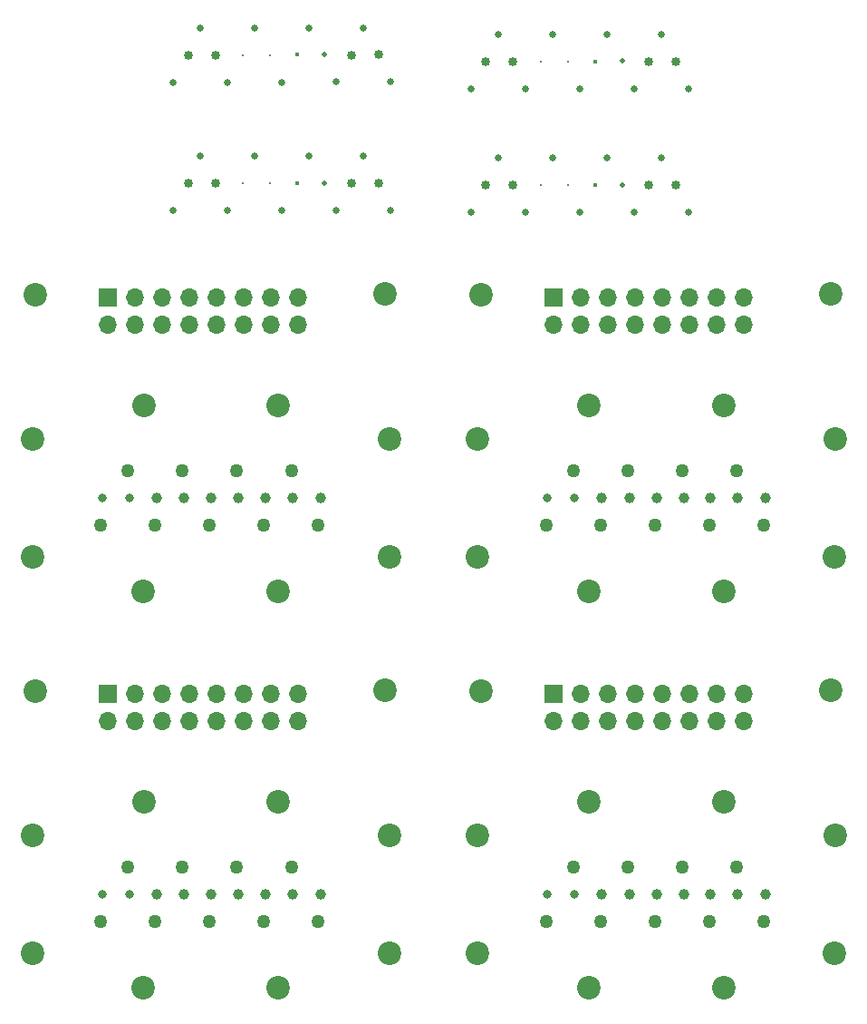
<source format=gts>
%MOIN*%
%OFA0B0*%
%FSLAX46Y46*%
%IPPOS*%
%LPD*%
%ADD10C,0.025*%
%ADD11C,0.01968503937007874*%
%ADD12C,0.015748031496062995*%
%ADD13C,0.011811023622047244*%
%ADD14C,0.00984251968503937*%
%ADD15C,0.033464566929133861*%
%ADD26C,0.025*%
%ADD27C,0.01968503937007874*%
%ADD28C,0.015748031496062995*%
%ADD29C,0.011811023622047244*%
%ADD30C,0.00984251968503937*%
%ADD31C,0.033464566929133861*%
%ADD32C,0.031496062992125991*%
%ADD33O,0.066929133858267723X0.066929133858267723*%
%ADD34R,0.066929133858267723X0.066929133858267723*%
%ADD35C,0.086614173228346469*%
%ADD36C,0.05*%
%ADD37C,0.03937007874015748*%
%ADD38C,0.031496062992125991*%
%ADD39O,0.066929133858267723X0.066929133858267723*%
%ADD40R,0.066929133858267723X0.066929133858267723*%
%ADD41C,0.086614173228346469*%
%ADD42C,0.05*%
%ADD43C,0.03937007874015748*%
%ADD44C,0.031496062992125991*%
%ADD45O,0.066929133858267723X0.066929133858267723*%
%ADD46R,0.066929133858267723X0.066929133858267723*%
%ADD47C,0.086614173228346469*%
%ADD48C,0.05*%
%ADD49C,0.03937007874015748*%
%ADD50C,0.031496062992125991*%
%ADD51O,0.066929133858267723X0.066929133858267723*%
%ADD52R,0.066929133858267723X0.066929133858267723*%
%ADD53C,0.086614173228346469*%
%ADD54C,0.05*%
%ADD55C,0.03937007874015748*%
%ADD56C,0.025*%
%ADD57C,0.01968503937007874*%
%ADD58C,0.015748031496062995*%
%ADD59C,0.011811023622047244*%
%ADD60C,0.00984251968503937*%
%ADD61C,0.033464566929133861*%
%ADD62C,0.025*%
%ADD63C,0.01968503937007874*%
%ADD64C,0.015748031496062995*%
%ADD65C,0.011811023622047244*%
%ADD66C,0.00984251968503937*%
%ADD67C,0.033464566929133861*%
G01*
D10*
X-0004370078Y0004409448D02*
X0001442421Y0003005948D03*
X0000842421Y0003005448D03*
X0001042421Y0003005448D03*
X0001242421Y0003005948D03*
X0000642421Y0003005448D03*
X0000742421Y0003205448D03*
X0000942421Y0003205448D03*
X0001342421Y0003205448D03*
X0001142421Y0003205448D03*
D11*
X0001198421Y0003106948D03*
D12*
X0001098421Y0003105948D03*
D13*
X0000998421Y0003105448D03*
D14*
X0000898421Y0003105448D03*
D15*
X0001397421Y0003105948D03*
X0000797421Y0003105448D03*
X0001297421Y0003105448D03*
X0000697421Y0003105448D03*
G04 next file*
G04 #@! TF.GenerationSoftware,KiCad,Pcbnew,(5.1.12)-1*
G04 #@! TF.CreationDate,2022-03-29T21:33:58+08:00*
G04 #@! TF.ProjectId,Nozzle,4e6f7a7a-6c65-42e6-9b69-6361645f7063,Gen3.1b*
G04 #@! TF.SameCoordinates,Original*
G04 #@! TF.FileFunction,Soldermask,Top*
G04 #@! TF.FilePolarity,Negative*
G04 Gerber Fmt 4.6, Leading zero omitted, Abs format (unit mm)*
G04 Created by KiCad (PCBNEW (5.1.12)-1) date 2022-03-29 21:33:58*
G01*
G04 APERTURE LIST*
G04 APERTURE END LIST*
D26*
X-0004370078Y0004881889D02*
X0001442421Y0003478389D03*
X0000842421Y0003477889D03*
X0001042421Y0003477889D03*
X0001242421Y0003478389D03*
X0000642421Y0003477889D03*
X0000742421Y0003677889D03*
X0000942421Y0003677889D03*
X0001342421Y0003677889D03*
X0001142421Y0003677889D03*
D27*
X0001198421Y0003579389D03*
D28*
X0001098421Y0003578389D03*
D29*
X0000998421Y0003577889D03*
D30*
X0000898421Y0003577889D03*
D31*
X0001397421Y0003578389D03*
X0000797421Y0003577889D03*
X0001297421Y0003577889D03*
X0000697421Y0003577889D03*
G04 next file*
G04 #@! TF.GenerationSoftware,KiCad,Pcbnew,(5.1.12)-1*
G04 #@! TF.CreationDate,2022-03-29T21:49:19+08:00*
G04 #@! TF.ProjectId,Nozzle,4e6f7a7a-6c65-42e6-9b69-6361645f7063,Gen3.1b*
G04 #@! TF.SameCoordinates,Original*
G04 #@! TF.FileFunction,Soldermask,Top*
G04 #@! TF.FilePolarity,Negative*
G04 Gerber Fmt 4.6, Leading zero omitted, Abs format (unit mm)*
G04 Created by KiCad (PCBNEW (5.1.12)-1) date 2022-03-29 21:49:19*
G01*
G04 APERTURE LIST*
G04 APERTURE END LIST*
D32*
X-0004656102Y0002990052D02*
X0000381897Y0000492052D03*
D33*
X0001103897Y0001130052D03*
X0001103897Y0001230052D03*
X0001003897Y0001130052D03*
X0001003897Y0001230052D03*
X0000903897Y0001130052D03*
X0000903897Y0001230052D03*
X0000803897Y0001130052D03*
X0000803897Y0001230052D03*
X0000703897Y0001130052D03*
X0000703897Y0001230052D03*
X0000603897Y0001130052D03*
X0000603897Y0001230052D03*
X0000503897Y0001130052D03*
X0000503897Y0001230052D03*
X0000403897Y0001130052D03*
D34*
X0000403897Y0001230052D03*
D35*
X0001423897Y0001243052D03*
X0000136897Y0001241052D03*
D36*
X0000676897Y0000592052D03*
X0001077397Y0000592052D03*
X0001176897Y0000393052D03*
X0000976897Y0000392052D03*
X0000776897Y0000392052D03*
X0000576897Y0000392052D03*
X0000476897Y0000592052D03*
X0000876897Y0000592052D03*
D35*
X0001030397Y0000834552D03*
X0001030397Y0000149552D03*
X0000534397Y0000834552D03*
X0001439897Y0000708552D03*
X0001439397Y0000275552D03*
X0000124897Y0000275552D03*
X0000533897Y0000149552D03*
X0000124897Y0000708552D03*
D36*
X0000376897Y0000392052D03*
D37*
X0000882897Y0000492052D03*
X0000982397Y0000492052D03*
X0000682897Y0000492052D03*
D32*
X0000482397Y0000492052D03*
D37*
X0000783397Y0000492052D03*
X0001082397Y0000492052D03*
X0001185897Y0000492052D03*
X0000582397Y0000492052D03*
G04 next file*
G04 #@! TF.GenerationSoftware,KiCad,Pcbnew,(5.1.12)-1*
G04 #@! TF.CreationDate,2022-03-29T21:49:19+08:00*
G04 #@! TF.ProjectId,Nozzle,4e6f7a7a-6c65-42e6-9b69-6361645f7063,Gen3.1b*
G04 #@! TF.SameCoordinates,Original*
G04 #@! TF.FileFunction,Soldermask,Top*
G04 #@! TF.FilePolarity,Negative*
G04 Gerber Fmt 4.6, Leading zero omitted, Abs format (unit mm)*
G04 Created by KiCad (PCBNEW (5.1.12)-1) date 2022-03-29 21:49:19*
G01*
G04 APERTURE LIST*
G04 APERTURE END LIST*
D38*
X-0003018397Y0002990052D02*
X0002019602Y0000492052D03*
D39*
X0002741602Y0001130052D03*
X0002741602Y0001230052D03*
X0002641602Y0001130052D03*
X0002641602Y0001230052D03*
X0002541602Y0001130052D03*
X0002541602Y0001230052D03*
X0002441602Y0001130052D03*
X0002441602Y0001230052D03*
X0002341602Y0001130052D03*
X0002341602Y0001230052D03*
X0002241602Y0001130052D03*
X0002241602Y0001230052D03*
X0002141602Y0001130052D03*
X0002141602Y0001230052D03*
X0002041602Y0001130052D03*
D40*
X0002041602Y0001230052D03*
D41*
X0003061602Y0001243052D03*
X0001774602Y0001241052D03*
D42*
X0002314602Y0000592052D03*
X0002715102Y0000592052D03*
X0002814602Y0000393052D03*
X0002614602Y0000392052D03*
X0002414602Y0000392052D03*
X0002214602Y0000392052D03*
X0002114602Y0000592052D03*
X0002514602Y0000592052D03*
D41*
X0002668102Y0000834552D03*
X0002668102Y0000149552D03*
X0002172102Y0000834552D03*
X0003077602Y0000708552D03*
X0003077102Y0000275552D03*
X0001762602Y0000275552D03*
X0002171602Y0000149552D03*
X0001762602Y0000708552D03*
D42*
X0002014602Y0000392052D03*
D43*
X0002520602Y0000492052D03*
X0002620102Y0000492052D03*
X0002320602Y0000492052D03*
D38*
X0002120102Y0000492052D03*
D43*
X0002421102Y0000492052D03*
X0002720102Y0000492052D03*
X0002823602Y0000492052D03*
X0002220102Y0000492052D03*
G04 next file*
G04 #@! TF.GenerationSoftware,KiCad,Pcbnew,(5.1.12)-1*
G04 #@! TF.CreationDate,2022-03-29T21:49:19+08:00*
G04 #@! TF.ProjectId,Nozzle,4e6f7a7a-6c65-42e6-9b69-6361645f7063,Gen3.1b*
G04 #@! TF.SameCoordinates,Original*
G04 #@! TF.FileFunction,Soldermask,Top*
G04 #@! TF.FilePolarity,Negative*
G04 Gerber Fmt 4.6, Leading zero omitted, Abs format (unit mm)*
G04 Created by KiCad (PCBNEW (5.1.12)-1) date 2022-03-29 21:49:19*
G01*
G04 APERTURE LIST*
G04 APERTURE END LIST*
D44*
X-0004656102Y0004446746D02*
X0000381897Y0001948746D03*
D45*
X0001103897Y0002586746D03*
X0001103897Y0002686746D03*
X0001003897Y0002586746D03*
X0001003897Y0002686746D03*
X0000903897Y0002586746D03*
X0000903897Y0002686746D03*
X0000803897Y0002586746D03*
X0000803897Y0002686746D03*
X0000703897Y0002586746D03*
X0000703897Y0002686746D03*
X0000603897Y0002586746D03*
X0000603897Y0002686746D03*
X0000503897Y0002586746D03*
X0000503897Y0002686746D03*
X0000403897Y0002586746D03*
D46*
X0000403897Y0002686746D03*
D47*
X0001423897Y0002699746D03*
X0000136897Y0002697746D03*
D48*
X0000676897Y0002048746D03*
X0001077397Y0002048746D03*
X0001176897Y0001849746D03*
X0000976897Y0001848746D03*
X0000776897Y0001848746D03*
X0000576897Y0001848746D03*
X0000476897Y0002048746D03*
X0000876897Y0002048746D03*
D47*
X0001030397Y0002291246D03*
X0001030397Y0001606246D03*
X0000534397Y0002291246D03*
X0001439897Y0002165246D03*
X0001439397Y0001732246D03*
X0000124897Y0001732246D03*
X0000533897Y0001606246D03*
X0000124897Y0002165246D03*
D48*
X0000376897Y0001848746D03*
D49*
X0000882897Y0001948746D03*
X0000982397Y0001948746D03*
X0000682897Y0001948746D03*
D44*
X0000482397Y0001948746D03*
D49*
X0000783397Y0001948746D03*
X0001082397Y0001948746D03*
X0001185897Y0001948746D03*
X0000582397Y0001948746D03*
G04 next file*
G04 #@! TF.GenerationSoftware,KiCad,Pcbnew,(5.1.12)-1*
G04 #@! TF.CreationDate,2022-03-29T21:49:19+08:00*
G04 #@! TF.ProjectId,Nozzle,4e6f7a7a-6c65-42e6-9b69-6361645f7063,Gen3.1b*
G04 #@! TF.SameCoordinates,Original*
G04 #@! TF.FileFunction,Soldermask,Top*
G04 #@! TF.FilePolarity,Negative*
G04 Gerber Fmt 4.6, Leading zero omitted, Abs format (unit mm)*
G04 Created by KiCad (PCBNEW (5.1.12)-1) date 2022-03-29 21:49:19*
G01*
G04 APERTURE LIST*
G04 APERTURE END LIST*
D50*
X-0003018397Y0004446746D02*
X0002019602Y0001948746D03*
D51*
X0002741602Y0002586746D03*
X0002741602Y0002686746D03*
X0002641602Y0002586746D03*
X0002641602Y0002686746D03*
X0002541602Y0002586746D03*
X0002541602Y0002686746D03*
X0002441602Y0002586746D03*
X0002441602Y0002686746D03*
X0002341602Y0002586746D03*
X0002341602Y0002686746D03*
X0002241602Y0002586746D03*
X0002241602Y0002686746D03*
X0002141602Y0002586746D03*
X0002141602Y0002686746D03*
X0002041602Y0002586746D03*
D52*
X0002041602Y0002686746D03*
D53*
X0003061602Y0002699746D03*
X0001774602Y0002697746D03*
D54*
X0002314602Y0002048746D03*
X0002715102Y0002048746D03*
X0002814602Y0001849746D03*
X0002614602Y0001848746D03*
X0002414602Y0001848746D03*
X0002214602Y0001848746D03*
X0002114602Y0002048746D03*
X0002514602Y0002048746D03*
D53*
X0002668102Y0002291246D03*
X0002668102Y0001606246D03*
X0002172102Y0002291246D03*
X0003077602Y0002165246D03*
X0003077102Y0001732246D03*
X0001762602Y0001732246D03*
X0002171602Y0001606246D03*
X0001762602Y0002165246D03*
D54*
X0002014602Y0001848746D03*
D55*
X0002520602Y0001948746D03*
X0002620102Y0001948746D03*
X0002320602Y0001948746D03*
D50*
X0002120102Y0001948746D03*
D55*
X0002421102Y0001948746D03*
X0002720102Y0001948746D03*
X0002823602Y0001948746D03*
X0002220102Y0001948746D03*
G04 next file*
G04 #@! TF.GenerationSoftware,KiCad,Pcbnew,(5.1.12)-1*
G04 #@! TF.CreationDate,2022-03-29T21:33:58+08:00*
G04 #@! TF.ProjectId,Nozzle,4e6f7a7a-6c65-42e6-9b69-6361645f7063,Gen3.1b*
G04 #@! TF.SameCoordinates,Original*
G04 #@! TF.FileFunction,Soldermask,Top*
G04 #@! TF.FilePolarity,Negative*
G04 Gerber Fmt 4.6, Leading zero omitted, Abs format (unit mm)*
G04 Created by KiCad (PCBNEW (5.1.12)-1) date 2022-03-29 21:33:58*
G01*
G04 APERTURE LIST*
G04 APERTURE END LIST*
D56*
X-0003273795Y0004403387D02*
X0002538704Y0002999887D03*
X0001938704Y0002999387D03*
X0002138704Y0002999387D03*
X0002338704Y0002999887D03*
X0001738704Y0002999387D03*
X0001838704Y0003199387D03*
X0002038704Y0003199387D03*
X0002438704Y0003199387D03*
X0002238704Y0003199387D03*
D57*
X0002294704Y0003100887D03*
D58*
X0002194704Y0003099887D03*
D59*
X0002094704Y0003099387D03*
D60*
X0001994704Y0003099387D03*
D61*
X0002493704Y0003099887D03*
X0001893704Y0003099387D03*
X0002393704Y0003099387D03*
X0001793704Y0003099387D03*
G04 next file*
G04 #@! TF.GenerationSoftware,KiCad,Pcbnew,(5.1.12)-1*
G04 #@! TF.CreationDate,2022-03-29T21:33:58+08:00*
G04 #@! TF.ProjectId,Nozzle,4e6f7a7a-6c65-42e6-9b69-6361645f7063,Gen3.1b*
G04 #@! TF.SameCoordinates,Original*
G04 #@! TF.FileFunction,Soldermask,Top*
G04 #@! TF.FilePolarity,Negative*
G04 Gerber Fmt 4.6, Leading zero omitted, Abs format (unit mm)*
G04 Created by KiCad (PCBNEW (5.1.12)-1) date 2022-03-29 21:33:58*
G01*
G04 APERTURE LIST*
G04 APERTURE END LIST*
D62*
X-0003273795Y0004857717D02*
X0002538704Y0003454217D03*
X0001938704Y0003453717D03*
X0002138704Y0003453717D03*
X0002338704Y0003454217D03*
X0001738704Y0003453717D03*
X0001838704Y0003653717D03*
X0002038704Y0003653717D03*
X0002438704Y0003653717D03*
X0002238704Y0003653717D03*
D63*
X0002294704Y0003555217D03*
D64*
X0002194704Y0003554217D03*
D65*
X0002094704Y0003553717D03*
D66*
X0001994704Y0003553717D03*
D67*
X0002493704Y0003554217D03*
X0001893704Y0003553717D03*
X0002393704Y0003553717D03*
X0001793704Y0003553717D03*
M02*
</source>
